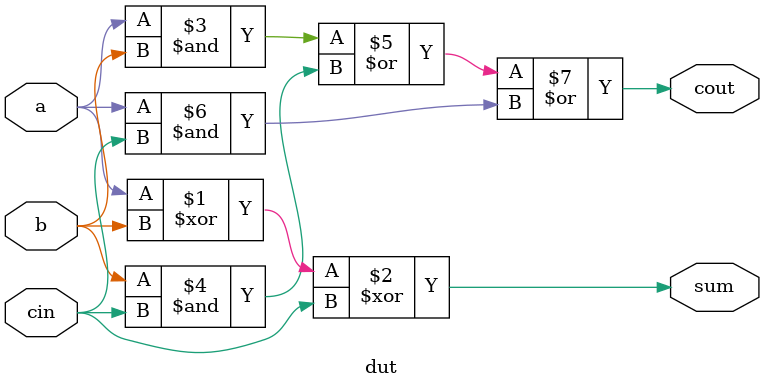
<source format=v>
module dut(
    input wire a,
    input wire b,
    input wire cin,
    output wire sum,
    output wire cout
);

    // Full adder logic using structural verilog
    assign sum = a ^ b ^ cin;
    assign cout = (a & b) | (b & cin) | (a & cin);

endmodule
</source>
